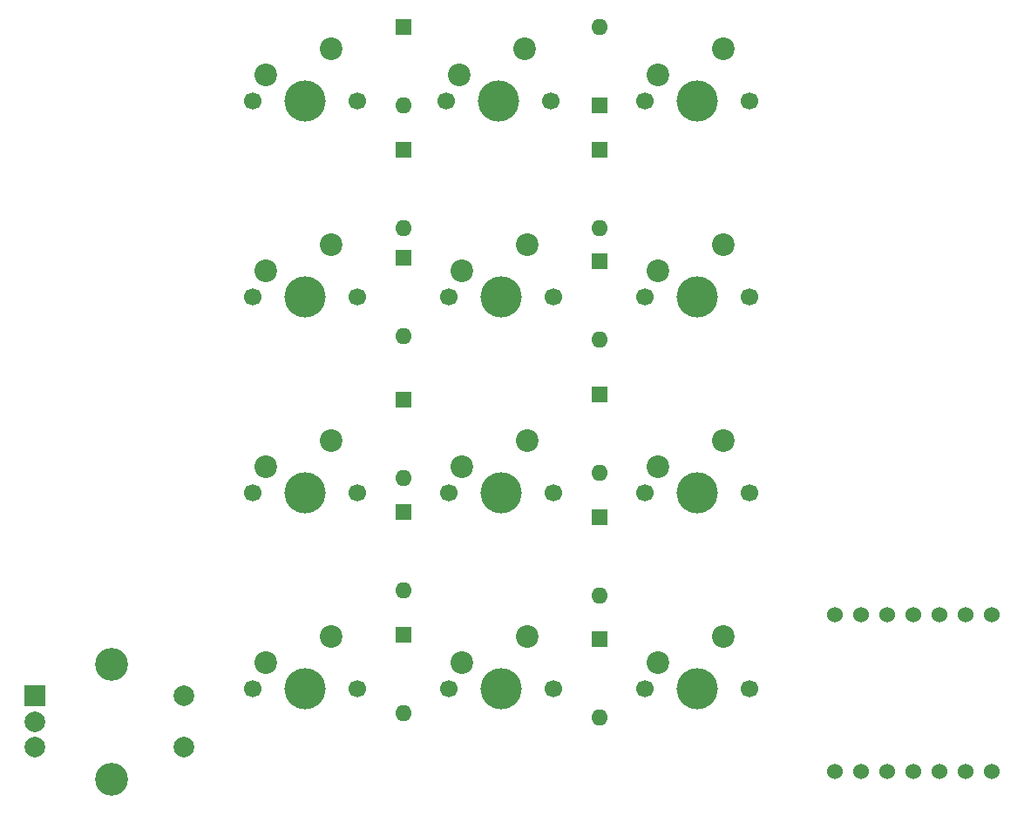
<source format=gbr>
%TF.GenerationSoftware,KiCad,Pcbnew,8.0.8*%
%TF.CreationDate,2025-03-24T18:51:02-07:00*%
%TF.ProjectId,Turtlepad,54757274-6c65-4706-9164-2e6b69636164,rev?*%
%TF.SameCoordinates,Original*%
%TF.FileFunction,Soldermask,Bot*%
%TF.FilePolarity,Negative*%
%FSLAX46Y46*%
G04 Gerber Fmt 4.6, Leading zero omitted, Abs format (unit mm)*
G04 Created by KiCad (PCBNEW 8.0.8) date 2025-03-24 18:51:02*
%MOMM*%
%LPD*%
G01*
G04 APERTURE LIST*
%ADD10C,1.700000*%
%ADD11C,4.000000*%
%ADD12C,2.200000*%
%ADD13C,1.524000*%
%ADD14R,2.000000X2.000000*%
%ADD15C,2.000000*%
%ADD16C,3.200000*%
%ADD17R,1.600000X1.600000*%
%ADD18O,1.600000X1.600000*%
G04 APERTURE END LIST*
D10*
%TO.C,SW8*%
X123507500Y-73818750D03*
D11*
X128587500Y-73818750D03*
D10*
X133667500Y-73818750D03*
D12*
X131127500Y-68738750D03*
X124777500Y-71278750D03*
%TD*%
D10*
%TO.C,SW3*%
X85407500Y-92868750D03*
D11*
X90487500Y-92868750D03*
D10*
X95567500Y-92868750D03*
D12*
X93027500Y-87788750D03*
X86677500Y-90328750D03*
%TD*%
D10*
%TO.C,SW12*%
X85407500Y-111918750D03*
D11*
X90487500Y-111918750D03*
D10*
X95567500Y-111918750D03*
D12*
X93027500Y-106838750D03*
X86677500Y-109378750D03*
%TD*%
D10*
%TO.C,SW10*%
X123507500Y-111918750D03*
D11*
X128587500Y-111918750D03*
D10*
X133667500Y-111918750D03*
D12*
X131127500Y-106838750D03*
X124777500Y-109378750D03*
%TD*%
D10*
%TO.C,SW7*%
X123507500Y-54768750D03*
D11*
X128587500Y-54768750D03*
D10*
X133667500Y-54768750D03*
D12*
X131127500Y-49688750D03*
X124777500Y-52228750D03*
%TD*%
D10*
%TO.C,SW5*%
X104457500Y-73818750D03*
D11*
X109537500Y-73818750D03*
D10*
X114617500Y-73818750D03*
D12*
X112077500Y-68738750D03*
X105727500Y-71278750D03*
%TD*%
D13*
%TO.C,U1*%
X157162500Y-104775000D03*
X154622500Y-104775000D03*
X152082500Y-104775000D03*
X149542500Y-104775000D03*
X147002500Y-104775000D03*
X144462500Y-104775000D03*
X141922500Y-104775000D03*
X141922500Y-120015000D03*
X144462500Y-120015000D03*
X147002500Y-120015000D03*
X149542500Y-120015000D03*
X152082500Y-120015000D03*
X154622500Y-120015000D03*
X157162500Y-120015000D03*
%TD*%
D10*
%TO.C,SW4*%
X104140000Y-54768750D03*
D11*
X109220000Y-54768750D03*
D10*
X114300000Y-54768750D03*
D12*
X111760000Y-49688750D03*
X105410000Y-52228750D03*
%TD*%
D10*
%TO.C,SW11*%
X104457500Y-111918750D03*
D11*
X109537500Y-111918750D03*
D10*
X114617500Y-111918750D03*
D12*
X112077500Y-106838750D03*
X105727500Y-109378750D03*
%TD*%
D10*
%TO.C,SW9*%
X123507500Y-92868750D03*
D11*
X128587500Y-92868750D03*
D10*
X133667500Y-92868750D03*
D12*
X131127500Y-87788750D03*
X124777500Y-90328750D03*
%TD*%
D10*
%TO.C,SW1*%
X85407500Y-54768750D03*
D11*
X90487500Y-54768750D03*
D10*
X95567500Y-54768750D03*
D12*
X93027500Y-49688750D03*
X86677500Y-52228750D03*
%TD*%
D10*
%TO.C,SW6*%
X104457500Y-92868750D03*
D11*
X109537500Y-92868750D03*
D10*
X114617500Y-92868750D03*
D12*
X112077500Y-87788750D03*
X105727500Y-90328750D03*
%TD*%
D10*
%TO.C,SW2*%
X85407500Y-73818750D03*
D11*
X90487500Y-73818750D03*
D10*
X95567500Y-73818750D03*
D12*
X93027500Y-68738750D03*
X86677500Y-71278750D03*
%TD*%
D14*
%TO.C,SW15*%
X64187500Y-112637500D03*
D15*
X64187500Y-117637500D03*
X64187500Y-115137500D03*
D16*
X71687500Y-109537500D03*
X71687500Y-120737500D03*
D15*
X78687500Y-117637500D03*
X78687500Y-112637500D03*
%TD*%
D17*
%TO.C,D9*%
X100012500Y-83820000D03*
D18*
X100012500Y-91440000D03*
%TD*%
D17*
%TO.C,D11*%
X100012500Y-70008750D03*
D18*
X100012500Y-77628750D03*
%TD*%
D17*
%TO.C,D3*%
X119062500Y-59531250D03*
D18*
X119062500Y-67151250D03*
%TD*%
D17*
%TO.C,D7*%
X100012500Y-106680000D03*
D18*
X100012500Y-114300000D03*
%TD*%
D17*
%TO.C,D6*%
X119062500Y-83343750D03*
D18*
X119062500Y-90963750D03*
%TD*%
D17*
%TO.C,D12*%
X119062500Y-55245000D03*
D18*
X119062500Y-47625000D03*
%TD*%
D17*
%TO.C,D10*%
X119062500Y-70356250D03*
D18*
X119062500Y-77976250D03*
%TD*%
D17*
%TO.C,D8*%
X100012500Y-94773750D03*
D18*
X100012500Y-102393750D03*
%TD*%
D17*
%TO.C,D4*%
X119062500Y-107156250D03*
D18*
X119062500Y-114776250D03*
%TD*%
D17*
%TO.C,D5*%
X119062500Y-95250000D03*
D18*
X119062500Y-102870000D03*
%TD*%
D17*
%TO.C,D13*%
X100012500Y-47625000D03*
D18*
X100012500Y-55245000D03*
%TD*%
D17*
%TO.C,D2*%
X100012500Y-59531250D03*
D18*
X100012500Y-67151250D03*
%TD*%
M02*

</source>
